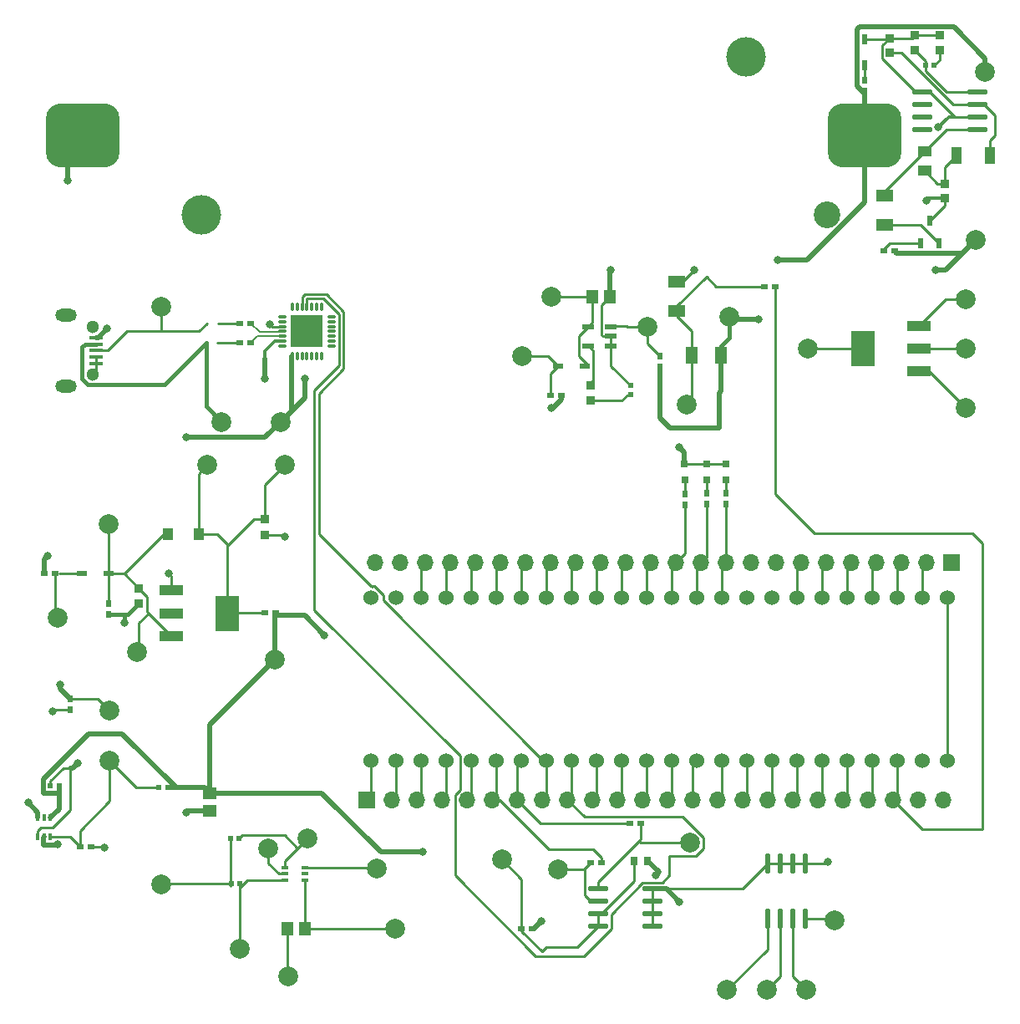
<source format=gtl>
%TF.GenerationSoftware,KiCad,Pcbnew,(7.0.0)*%
%TF.CreationDate,2023-04-03T13:20:19+02:00*%
%TF.ProjectId,SCHEMATICS,53434845-4d41-4544-9943-532e6b696361,rev?*%
%TF.SameCoordinates,Original*%
%TF.FileFunction,Copper,L1,Top*%
%TF.FilePolarity,Positive*%
%FSLAX46Y46*%
G04 Gerber Fmt 4.6, Leading zero omitted, Abs format (unit mm)*
G04 Created by KiCad (PCBNEW (7.0.0)) date 2023-04-03 13:20:19*
%MOMM*%
%LPD*%
G01*
G04 APERTURE LIST*
G04 Aperture macros list*
%AMRoundRect*
0 Rectangle with rounded corners*
0 $1 Rounding radius*
0 $2 $3 $4 $5 $6 $7 $8 $9 X,Y pos of 4 corners*
0 Add a 4 corners polygon primitive as box body*
4,1,4,$2,$3,$4,$5,$6,$7,$8,$9,$2,$3,0*
0 Add four circle primitives for the rounded corners*
1,1,$1+$1,$2,$3*
1,1,$1+$1,$4,$5*
1,1,$1+$1,$6,$7*
1,1,$1+$1,$8,$9*
0 Add four rect primitives between the rounded corners*
20,1,$1+$1,$2,$3,$4,$5,0*
20,1,$1+$1,$4,$5,$6,$7,0*
20,1,$1+$1,$6,$7,$8,$9,0*
20,1,$1+$1,$8,$9,$2,$3,0*%
G04 Aperture macros list end*
%TA.AperFunction,SMDPad,CuDef*%
%ADD10R,0.700000X0.600000*%
%TD*%
%TA.AperFunction,SMDPad,CuDef*%
%ADD11C,2.000000*%
%TD*%
%TA.AperFunction,SMDPad,CuDef*%
%ADD12R,1.450000X1.150000*%
%TD*%
%TA.AperFunction,ComponentPad*%
%ADD13C,1.524000*%
%TD*%
%TA.AperFunction,SMDPad,CuDef*%
%ADD14R,1.207518X1.701016*%
%TD*%
%TA.AperFunction,SMDPad,CuDef*%
%ADD15R,0.600000X0.700000*%
%TD*%
%TA.AperFunction,SMDPad,CuDef*%
%ADD16R,1.400000X0.400000*%
%TD*%
%TA.AperFunction,ComponentPad*%
%ADD17C,1.300000*%
%TD*%
%TA.AperFunction,ComponentPad*%
%ADD18O,2.200000X1.300000*%
%TD*%
%TA.AperFunction,SMDPad,CuDef*%
%ADD19R,0.565659X0.540005*%
%TD*%
%TA.AperFunction,SMDPad,CuDef*%
%ADD20R,0.350013X0.780010*%
%TD*%
%TA.AperFunction,SMDPad,CuDef*%
%ADD21R,1.100000X1.700000*%
%TD*%
%TA.AperFunction,SMDPad,CuDef*%
%ADD22R,0.864008X0.806477*%
%TD*%
%TA.AperFunction,SMDPad,CuDef*%
%ADD23R,0.540005X0.565659*%
%TD*%
%TA.AperFunction,SMDPad,CuDef*%
%ADD24R,1.000000X0.600000*%
%TD*%
%TA.AperFunction,SMDPad,CuDef*%
%ADD25R,0.970000X0.920000*%
%TD*%
%TA.AperFunction,SMDPad,CuDef*%
%ADD26R,1.156998X0.489992*%
%TD*%
%TA.AperFunction,SMDPad,CuDef*%
%ADD27R,1.175006X0.489992*%
%TD*%
%TA.AperFunction,SMDPad,CuDef*%
%ADD28R,1.000000X1.200000*%
%TD*%
%TA.AperFunction,SMDPad,CuDef*%
%ADD29R,0.532004X1.070003*%
%TD*%
%TA.AperFunction,SMDPad,CuDef*%
%ADD30R,2.470003X0.980010*%
%TD*%
%TA.AperFunction,SMDPad,CuDef*%
%ADD31R,2.470003X3.600000*%
%TD*%
%TA.AperFunction,SMDPad,CuDef*%
%ADD32R,0.800000X0.800000*%
%TD*%
%TA.AperFunction,SMDPad,CuDef*%
%ADD33R,0.800000X0.900000*%
%TD*%
%TA.AperFunction,SMDPad,CuDef*%
%ADD34R,1.377013X1.132537*%
%TD*%
%TA.AperFunction,SMDPad,CuDef*%
%ADD35R,1.701016X1.207518*%
%TD*%
%TA.AperFunction,SMDPad,CuDef*%
%ADD36O,0.588011X2.045009*%
%TD*%
%TA.AperFunction,SMDPad,CuDef*%
%ADD37O,2.045009X0.588011*%
%TD*%
%TA.AperFunction,SMDPad,CuDef*%
%ADD38R,1.150000X1.450000*%
%TD*%
%TA.AperFunction,SMDPad,CuDef*%
%ADD39R,0.600000X1.000000*%
%TD*%
%TA.AperFunction,ComponentPad*%
%ADD40R,1.700000X1.700000*%
%TD*%
%TA.AperFunction,ComponentPad*%
%ADD41O,1.700000X1.700000*%
%TD*%
%TA.AperFunction,ComponentPad*%
%ADD42C,4.000000*%
%TD*%
%TA.AperFunction,ComponentPad*%
%ADD43C,2.700000*%
%TD*%
%TA.AperFunction,SMDPad,CuDef*%
%ADD44RoundRect,1.625000X-2.125000X-1.625000X2.125000X-1.625000X2.125000X1.625000X-2.125000X1.625000X0*%
%TD*%
%TA.AperFunction,SMDPad,CuDef*%
%ADD45O,0.900000X0.280010*%
%TD*%
%TA.AperFunction,SMDPad,CuDef*%
%ADD46O,0.280010X0.900000*%
%TD*%
%TA.AperFunction,SMDPad,CuDef*%
%ADD47R,3.200000X3.200000*%
%TD*%
%TA.AperFunction,SMDPad,CuDef*%
%ADD48R,0.780010X0.350013*%
%TD*%
%TA.AperFunction,ViaPad*%
%ADD49C,0.800000*%
%TD*%
%TA.AperFunction,Conductor*%
%ADD50C,0.250000*%
%TD*%
%TA.AperFunction,Conductor*%
%ADD51C,0.500000*%
%TD*%
%TA.AperFunction,Conductor*%
%ADD52C,0.400000*%
%TD*%
%TA.AperFunction,Conductor*%
%ADD53C,0.300000*%
%TD*%
%TA.AperFunction,Conductor*%
%ADD54C,0.200000*%
%TD*%
G04 APERTURE END LIST*
D10*
%TO.P,R33,1*%
%TO.N,Net-(U6-SCL)*%
X147978915Y-133068503D03*
%TO.P,R33,2*%
%TO.N,/MICROCONTROLLER/PA9*%
X149078915Y-133068503D03*
%TD*%
D11*
%TO.P,TP8,1,1*%
%TO.N,Net-(D2-A)*%
X116969711Y-92799975D03*
%TD*%
%TO.P,TP24,1,1*%
%TO.N,Net-(MicroXNJ1-D+)*%
X104499111Y-76750000D03*
%TD*%
D12*
%TO.P,C4,1*%
%TO.N,GND*%
X109409999Y-127829999D03*
%TO.P,C4,2*%
%TO.N,/MICROCONTROLLER/VSS*%
X109409999Y-126029999D03*
%TD*%
D11*
%TO.P,TP36,1,1*%
%TO.N,Net-(U5-GND)*%
X126306274Y-133612033D03*
%TD*%
%TO.P,TP4,1,1*%
%TO.N,Net-(TP4054-42-SOT25R1-BAT)*%
X153726500Y-78753538D03*
%TD*%
D10*
%TO.P,R28,1*%
%TO.N,Net-(MicroXNJ1-D+)*%
X112477999Y-78422253D03*
%TO.P,R28,2*%
%TO.N,/MICROCONTROLLER/D+*%
X113577999Y-78422253D03*
%TD*%
D13*
%TO.P,U8,1,VBAT*%
%TO.N,/MICROCONTROLLER/VSS*%
X184126500Y-106193500D03*
%TO.P,U8,2,PC13*%
%TO.N,/MICROCONTROLLER/PC13*%
X181586500Y-106193500D03*
%TO.P,U8,3,PC14*%
%TO.N,/MICROCONTROLLER/PC14*%
X179046500Y-106193500D03*
%TO.P,U8,4,PC15*%
%TO.N,/MICROCONTROLLER/PC15*%
X176506500Y-106193500D03*
%TO.P,U8,5,PF0*%
%TO.N,/MICROCONTROLLER/PF0*%
X173966500Y-106193500D03*
%TO.P,U8,6,PF1*%
%TO.N,/MICROCONTROLLER/PF1*%
X171426500Y-106193500D03*
%TO.P,U8,7,NRST*%
%TO.N,/MICROCONTROLLER/NRST*%
X168886500Y-106193500D03*
%TO.P,U8,8,GND*%
%TO.N,GND*%
X166346500Y-106193500D03*
%TO.P,U8,9,V+*%
%TO.N,/MICROCONTROLLER/VSS*%
X163806500Y-106193500D03*
%TO.P,U8,10,PA0*%
%TO.N,/MICROCONTROLLER/PA0*%
X161266500Y-106193500D03*
%TO.P,U8,11,PA1*%
%TO.N,/MICROCONTROLLER/PA1*%
X158726500Y-106193500D03*
%TO.P,U8,12,PA2*%
%TO.N,/MICROCONTROLLER/PA2*%
X156186500Y-106193500D03*
%TO.P,U8,13,PA3*%
%TO.N,/MICROCONTROLLER/PA3*%
X153646500Y-106193500D03*
%TO.P,U8,14,PA4*%
%TO.N,/MICROCONTROLLER/PA4*%
X151106500Y-106193500D03*
%TO.P,U8,15,PA5*%
%TO.N,/MICROCONTROLLER/PA5*%
X148566500Y-106193500D03*
%TO.P,U8,16,PA6*%
%TO.N,/MICROCONTROLLER/PA6*%
X146026500Y-106193500D03*
%TO.P,U8,17,PA7*%
%TO.N,/MICROCONTROLLER/PA7*%
X143486500Y-106193500D03*
%TO.P,U8,18,PB0*%
%TO.N,/MICROCONTROLLER/PB0*%
X140946500Y-106193500D03*
%TO.P,U8,19,PB1*%
%TO.N,/MICROCONTROLLER/PB1*%
X138406500Y-106193500D03*
%TO.P,U8,20,PB2*%
%TO.N,/MICROCONTROLLER/PB2*%
X135866500Y-106193500D03*
%TO.P,U8,21,PB10*%
%TO.N,/MICROCONTROLLER/PB10*%
X133326500Y-106193500D03*
%TO.P,U8,22,PB11*%
%TO.N,/MICROCONTROLLER/PB11*%
X130786500Y-106193500D03*
%TO.P,U8,23,GND*%
%TO.N,GND*%
X128246500Y-106193500D03*
%TO.P,U8,24,V+*%
%TO.N,/MICROCONTROLLER/VSS*%
X125706500Y-106193500D03*
%TO.P,U8,25,PB12*%
%TO.N,/MICROCONTROLLER/PB12*%
X125706500Y-122703500D03*
%TO.P,U8,26,PB13*%
%TO.N,/MICROCONTROLLER/PB13*%
X128246500Y-122703500D03*
%TO.P,U8,27,PB14*%
%TO.N,/MICROCONTROLLER/PB14*%
X130786500Y-122703500D03*
%TO.P,U8,28,PB15*%
%TO.N,/MICROCONTROLLER/PB15*%
X133326500Y-122703500D03*
%TO.P,U8,29,PA8*%
%TO.N,/MICROCONTROLLER/PA8*%
X135866500Y-122703500D03*
%TO.P,U8,30,PA9*%
%TO.N,/MICROCONTROLLER/PA9*%
X138406500Y-122703500D03*
%TO.P,U8,31,PA10*%
%TO.N,/MICROCONTROLLER/PA10*%
X140946500Y-122703500D03*
%TO.P,U8,32,PA11*%
%TO.N,/MICROCONTROLLER/PA11*%
X143486500Y-122703500D03*
%TO.P,U8,33,PA12*%
%TO.N,/MICROCONTROLLER/PA12*%
X146026500Y-122703500D03*
%TO.P,U8,34,PA13*%
%TO.N,/MICROCONTROLLER/PA13*%
X148566500Y-122703500D03*
%TO.P,U8,35,PF6*%
%TO.N,/MICROCONTROLLER/PF6*%
X151106500Y-122703500D03*
%TO.P,U8,36,PF7*%
%TO.N,/MICROCONTROLLER/PF7*%
X153646500Y-122703500D03*
%TO.P,U8,37,PA14*%
%TO.N,/MICROCONTROLLER/PA14*%
X156186500Y-122703500D03*
%TO.P,U8,38,PA15*%
%TO.N,/MICROCONTROLLER/PA15*%
X158726500Y-122703500D03*
%TO.P,U8,39,PB3*%
%TO.N,/MICROCONTROLLER/PB3*%
X161266500Y-122703500D03*
%TO.P,U8,40,PB4*%
%TO.N,/MICROCONTROLLER/PB4*%
X163806500Y-122703500D03*
%TO.P,U8,41,PB5*%
%TO.N,/MICROCONTROLLER/PB5*%
X166346500Y-122703500D03*
%TO.P,U8,42,PB6*%
%TO.N,/MICROCONTROLLER/PB6*%
X168886500Y-122703500D03*
%TO.P,U8,43,PB7*%
%TO.N,/MICROCONTROLLER/PB7*%
X171426500Y-122703500D03*
%TO.P,U8,44,BOOT*%
%TO.N,/MICROCONTROLLER/BOOT*%
X173966500Y-122703500D03*
%TO.P,U8,45,PB8*%
%TO.N,/MICROCONTROLLER/PB8*%
X176506500Y-122703500D03*
%TO.P,U8,46,PB9*%
%TO.N,/MICROCONTROLLER/PB9*%
X179046500Y-122703500D03*
%TO.P,U8,47,GND*%
%TO.N,GND*%
X181586500Y-122703500D03*
%TO.P,U8,48,V+*%
%TO.N,/MICROCONTROLLER/VSS*%
X184126500Y-122703500D03*
%TD*%
D11*
%TO.P,TP3,1,1*%
%TO.N,Net-(D1-K)*%
X144033840Y-75753538D03*
%TD*%
%TO.P,TP31,1,1*%
%TO.N,/POWER MODULE/UVLO Output*%
X187000000Y-70000000D03*
%TD*%
%TO.P,TP35,1,1*%
%TO.N,Net-(U7-WP)*%
X169821496Y-145931084D03*
%TD*%
D14*
%TO.P,R22,1*%
%TO.N,Net-(R22-Pad1)*%
X158247708Y-81703499D03*
%TO.P,R22,2*%
%TO.N,/POWER MODULE/Battery*%
X161205290Y-81703499D03*
%TD*%
D10*
%TO.P,R24,1*%
%TO.N,Net-(R22-Pad1)*%
X165626499Y-74703499D03*
%TO.P,R24,2*%
%TO.N,/MICROCONTROLLER/PB9*%
X166726499Y-74703499D03*
%TD*%
D15*
%TO.P,R17,1*%
%TO.N,/MICROCONTROLLER/PB10*%
X95249999Y-117569999D03*
%TO.P,R17,2*%
%TO.N,Net-(U3-SCL)*%
X95249999Y-116469999D03*
%TD*%
D16*
%TO.P,MicroXNJ1,1,VBUS*%
%TO.N,/MICROCONTROLLER/5V*%
X97871729Y-79874967D03*
%TO.P,MicroXNJ1,2,D-*%
%TO.N,Net-(MicroXNJ1-D-)*%
X97871729Y-80524955D03*
%TO.P,MicroXNJ1,3,D+*%
%TO.N,Net-(MicroXNJ1-D+)*%
X97871729Y-81174942D03*
%TO.P,MicroXNJ1,4,ID*%
%TO.N,GND*%
X97871729Y-81824929D03*
%TO.P,MicroXNJ1,5,GND*%
X97871729Y-82474917D03*
D17*
%TO.P,MicroXNJ1,6,SH1*%
X97499111Y-83599886D03*
D18*
%TO.P,MicroXNJ1,7,SH2*%
X94829057Y-84774891D03*
%TO.P,MicroXNJ1,8,SH3*%
X94829057Y-77574993D03*
D17*
%TO.P,MicroXNJ1,9,SH4*%
X97499111Y-78750000D03*
%TD*%
D19*
%TO.P,R40,1*%
%TO.N,Net-(R40-Pad1)*%
X182804816Y-52323999D03*
%TO.P,R40,2*%
%TO.N,Net-(U1--)*%
X181939182Y-52323999D03*
%TD*%
D20*
%TO.P,U3,1,VDD*%
%TO.N,/MICROCONTROLLER/VSS*%
X93249999Y-128490015D03*
%TO.P,U3,2,NC*%
%TO.N,unconnected-(U3-NC-Pad2)*%
X92600012Y-128490015D03*
%TO.P,U3,3,GND*%
%TO.N,GND*%
X91950025Y-128490015D03*
%TO.P,U3,4,SCL*%
%TO.N,Net-(U3-SCL)*%
X91950025Y-130469999D03*
%TO.P,U3,5,INT*%
%TO.N,GND*%
X92600012Y-130469999D03*
%TO.P,U3,6,SDA*%
%TO.N,Net-(U3-SDA)*%
X93249999Y-130469999D03*
%TD*%
D11*
%TO.P,TP16,1,1*%
%TO.N,Net-(C5-Pad1)*%
X117306274Y-144612033D03*
%TD*%
%TO.P,TP32,1,1*%
%TO.N,Net-(U7-VCC)*%
X172726500Y-138931084D03*
%TD*%
D10*
%TO.P,R14,1*%
%TO.N,Net-(Q1-D)*%
X177715999Y-71119999D03*
%TO.P,R14,2*%
%TO.N,/POWER MODULE/UVLO Output*%
X178815999Y-71119999D03*
%TD*%
%TO.P,R5,1*%
%TO.N,/POWER MODULE/UVLO Output*%
X92649999Y-103799974D03*
%TO.P,R5,2*%
%TO.N,Net-(D4-PadA)*%
X93749999Y-103799974D03*
%TD*%
D15*
%TO.P,R15,1*%
%TO.N,/POWER MODULE/Battery*%
X175767999Y-54947999D03*
%TO.P,R15,2*%
%TO.N,Net-(D5-PadA)*%
X175767999Y-53847999D03*
%TD*%
D11*
%TO.P,TP20,1,1*%
%TO.N,/POWER MODULE/Battery*%
X162033840Y-77753538D03*
%TD*%
D21*
%TO.P,D3,1,K*%
%TO.N,Net-(D3-K)*%
X188467999Y-61467999D03*
%TO.P,D3,2,A*%
%TO.N,Net-(D3-A)*%
X185067949Y-61467999D03*
%TD*%
D22*
%TO.P,R9,1*%
%TO.N,Net-(#FLG06-pwr)*%
X178307999Y-49538633D03*
%TO.P,R9,2*%
%TO.N,Net-(D3-K)*%
X178307999Y-51045365D03*
%TD*%
D23*
%TO.P,R3,1*%
%TO.N,Net-(R2-Pad2)*%
X152033839Y-85619171D03*
%TO.P,R3,2*%
%TO.N,GND*%
X152033839Y-84753537D03*
%TD*%
D11*
%TO.P,TP5,1,1*%
%TO.N,Net-(D4-PadA)*%
X94000000Y-108250000D03*
%TD*%
%TO.P,TP29,1,1*%
%TO.N,Net-(REF2-Input)*%
X186000000Y-76000000D03*
%TD*%
%TO.P,TP17,1,1*%
%TO.N,Net-(U5-INT)*%
X115306274Y-131612033D03*
%TD*%
D19*
%TO.P,R21,1*%
%TO.N,Net-(R20-Pad1)*%
X111481190Y-130632007D03*
%TO.P,R21,2*%
%TO.N,Net-(U5-SCL)*%
X112346824Y-130632007D03*
%TD*%
D11*
%TO.P,TP28,1,1*%
%TO.N,Net-(REF2-Output-Pad2)*%
X186000000Y-81000000D03*
%TD*%
%TO.P,TP33,1,1*%
%TO.N,Net-(U7-SDA)*%
X161821496Y-145931084D03*
%TD*%
D15*
%TO.P,R31,1*%
%TO.N,Net-(D8-A)*%
X157586499Y-95703499D03*
%TO.P,R31,2*%
%TO.N,/MICROCONTROLLER/PA2*%
X157586499Y-96803499D03*
%TD*%
D24*
%TO.P,D4,A,A*%
%TO.N,Net-(D4-PadA)*%
X96469799Y-103799974D03*
%TO.P,D4,C,K*%
%TO.N,Net-(#FLG05-pwr)*%
X99169799Y-103799974D03*
%TD*%
D25*
%TO.P,C3,1*%
%TO.N,Net-(D2-A)*%
X114969710Y-98299974D03*
%TO.P,C3,2*%
%TO.N,GND*%
X114969710Y-99849974D03*
%TD*%
D11*
%TO.P,TP14,1,1*%
%TO.N,Net-(U3-SCL)*%
X99250000Y-117670000D03*
%TD*%
D10*
%TO.P,R7,1*%
%TO.N,Net-(D2-A)*%
X114949999Y-107749999D03*
%TO.P,R7,2*%
%TO.N,/MICROCONTROLLER/VSS*%
X116049999Y-107749999D03*
%TD*%
D22*
%TO.P,R2,1*%
%TO.N,Net-(TP4054-42-SOT25R1-PROG)*%
X148033839Y-84753537D03*
%TO.P,R2,2*%
%TO.N,Net-(R2-Pad2)*%
X148033839Y-86260269D03*
%TD*%
D26*
%TO.P,TP4054-42-SOT25R1,1,~{CHRG}*%
%TO.N,GND*%
X150033839Y-80703499D03*
%TO.P,TP4054-42-SOT25R1,2,GND*%
X150033839Y-79753537D03*
%TO.P,TP4054-42-SOT25R1,3,BAT*%
%TO.N,Net-(TP4054-42-SOT25R1-BAT)*%
X150033839Y-78803575D03*
D27*
%TO.P,TP4054-42-SOT25R1,4,VCC*%
%TO.N,Net-(D1-K)*%
X147726499Y-78803575D03*
%TO.P,TP4054-42-SOT25R1,5,PROG*%
%TO.N,Net-(TP4054-42-SOT25R1-PROG)*%
X147726499Y-80703499D03*
%TD*%
D11*
%TO.P,TP6,1,1*%
%TO.N,Net-(D2-A)*%
X109169800Y-92799975D03*
%TD*%
D10*
%TO.P,R26,1*%
%TO.N,Net-(MicroXNJ1-D-)*%
X112477999Y-80422253D03*
%TO.P,R26,2*%
%TO.N,/MICROCONTROLLER/D-*%
X113577999Y-80422253D03*
%TD*%
D19*
%TO.P,R20,1*%
%TO.N,Net-(R20-Pad1)*%
X111556373Y-135204007D03*
%TO.P,R20,2*%
%TO.N,Net-(U5-SDA)*%
X112422007Y-135204007D03*
%TD*%
D28*
%TO.P,D2,1,K*%
%TO.N,Net-(#FLG05-pwr)*%
X105169799Y-99799974D03*
%TO.P,D2,2,A*%
%TO.N,Net-(D2-A)*%
X108269621Y-99799974D03*
%TD*%
D11*
%TO.P,TP21,1,1*%
%TO.N,Net-(R22-Pad1)*%
X157726500Y-86703500D03*
%TD*%
%TO.P,TP12,1,1*%
%TO.N,Net-(REF2-GND{slash}ADJ)*%
X186000000Y-87000000D03*
%TD*%
D10*
%TO.P,R32,1*%
%TO.N,Net-(U6-SDA)*%
X153078915Y-129068503D03*
%TO.P,R32,2*%
%TO.N,/MICROCONTROLLER/PA10*%
X151978915Y-129068503D03*
%TD*%
D29*
%TO.P,Q1,1,D*%
%TO.N,Net-(Q1-D)*%
X181422037Y-70342002D03*
%TO.P,Q1,2,G*%
%TO.N,Net-(Q1-G)*%
X183321960Y-70342002D03*
%TO.P,Q1,3,S*%
%TO.N,Net-(#FLG06-pwr)*%
X182371999Y-68071999D03*
%TD*%
D10*
%TO.P,R1,1*%
%TO.N,/MICROCONTROLLER/5V*%
X145033839Y-85753537D03*
%TO.P,R1,2*%
%TO.N,Net-(D1-PadA)*%
X143933839Y-85753537D03*
%TD*%
D11*
%TO.P,TP25,*%
%TO.N,*%
X138998916Y-132750000D03*
%TD*%
D10*
%TO.P,R34,1*%
%TO.N,Net-(U6-VCC)*%
X140988915Y-139768503D03*
%TO.P,R34,2*%
%TO.N,/MICROCONTROLLER/VSS*%
X142088915Y-139768503D03*
%TD*%
D11*
%TO.P,TP22,1,1*%
%TO.N,/MICROCONTROLLER/5V*%
X116578000Y-88422254D03*
%TD*%
D30*
%TO.P,REF2,1,GND/ADJ*%
%TO.N,Net-(REF2-GND{slash}ADJ)*%
X181264700Y-83282188D03*
%TO.P,REF2,2,Output*%
%TO.N,Net-(REF2-Output-Pad2)*%
X181264700Y-80982213D03*
%TO.P,REF2,3,Input*%
%TO.N,Net-(REF2-Input)*%
X181264700Y-78682238D03*
D31*
%TO.P,REF2,4,Output*%
%TO.N,Net-(REF2-Output-Pad4)*%
X175594900Y-80982213D03*
%TD*%
D11*
%TO.P,TP30,1,1*%
%TO.N,/POWER MODULE/Battery*%
X188000000Y-53000000D03*
%TD*%
D15*
%TO.P,R4,1*%
%TO.N,Net-(TP4054-42-SOT25R1-BAT)*%
X154999999Y-81753537D03*
%TO.P,R4,2*%
%TO.N,/POWER MODULE/Battery*%
X154999999Y-82853537D03*
%TD*%
D11*
%TO.P,TP10,1,1*%
%TO.N,Net-(#FLG05-pwr)*%
X99169800Y-98799975D03*
%TD*%
D32*
%TO.P,D6,1,K*%
%TO.N,GND*%
X161726499Y-92703499D03*
%TO.P,D6,2,A*%
%TO.N,Net-(D6-A)*%
X161733357Y-94302433D03*
%TD*%
D11*
%TO.P,TP27,1,1*%
%TO.N,Net-(U6-SCL)*%
X144726500Y-133703500D03*
%TD*%
D33*
%TO.P,C6,1*%
%TO.N,Net-(U6-VCC)*%
X152378890Y-132848528D03*
%TO.P,C6,2*%
%TO.N,GND*%
X153778940Y-132848528D03*
%TD*%
D11*
%TO.P,TP34,1,1*%
%TO.N,Net-(U7-SCL)*%
X165821496Y-145931084D03*
%TD*%
D10*
%TO.P,R16,1*%
%TO.N,/MICROCONTROLLER/PB11*%
X97349999Y-131469999D03*
%TO.P,R16,2*%
%TO.N,Net-(U3-SDA)*%
X96249999Y-131469999D03*
%TD*%
D19*
%TO.P,R18,1*%
%TO.N,/MICROCONTROLLER/VSS*%
X105115633Y-125469999D03*
%TO.P,R18,2*%
%TO.N,Net-(U3-SDA)*%
X104249999Y-125469999D03*
%TD*%
D34*
%TO.P,R13,1*%
%TO.N,Net-(R12-Pad2)*%
X181863999Y-60975999D03*
%TO.P,R13,2*%
%TO.N,Net-(D3-A)*%
X181863999Y-62975999D03*
%TD*%
D11*
%TO.P,TP23,1,1*%
%TO.N,Net-(MicroXNJ1-D-)*%
X110578000Y-88422254D03*
%TD*%
D35*
%TO.P,R12,1*%
%TO.N,Net-(Q1-G)*%
X177799999Y-68489581D03*
%TO.P,R12,2*%
%TO.N,Net-(R12-Pad2)*%
X177799999Y-65531999D03*
%TD*%
D36*
%TO.P,U7,1,A0*%
%TO.N,GND*%
X169726499Y-133158667D03*
%TO.P,U7,2,A1*%
X168456496Y-133158667D03*
%TO.P,U7,3,A2*%
X167186494Y-133158667D03*
%TO.P,U7,4,GND*%
X165916491Y-133158667D03*
%TO.P,U7,5,SDA*%
%TO.N,Net-(U7-SDA)*%
X165916491Y-138703499D03*
%TO.P,U7,6,SCL*%
%TO.N,Net-(U7-SCL)*%
X167186494Y-138703499D03*
%TO.P,U7,7,WP*%
%TO.N,Net-(U7-WP)*%
X168456496Y-138703499D03*
%TO.P,U7,8,VCC*%
%TO.N,Net-(U7-VCC)*%
X169726499Y-138703499D03*
%TD*%
D11*
%TO.P,TP15,1,1*%
%TO.N,Net-(U3-SDA)*%
X99250000Y-122750000D03*
%TD*%
%TO.P,TP18,1,1*%
%TO.N,Net-(U5-VDD)*%
X128170008Y-139776008D03*
%TD*%
D15*
%TO.P,R29,1*%
%TO.N,Net-(D6-A)*%
X161726499Y-95603499D03*
%TO.P,R29,2*%
%TO.N,/MICROCONTROLLER/PA0*%
X161726499Y-96703499D03*
%TD*%
D30*
%TO.P,REF1,1,GND/ADJ*%
%TO.N,GND*%
X105499999Y-105499999D03*
%TO.P,REF1,2,Output*%
%TO.N,unconnected-(REF1-Output-Pad2)*%
X105499999Y-107799974D03*
%TO.P,REF1,3,Input*%
%TO.N,Net-(#FLG05-pwr)*%
X105499999Y-110099949D03*
D31*
%TO.P,REF1,4,Output*%
%TO.N,Net-(D2-A)*%
X111169799Y-107799974D03*
%TD*%
D35*
%TO.P,R23,1*%
%TO.N,GND*%
X156726499Y-74224708D03*
%TO.P,R23,2*%
%TO.N,Net-(R22-Pad1)*%
X156726499Y-77182290D03*
%TD*%
D11*
%TO.P,TP19,1,1*%
%TO.N,Net-(R20-Pad1)*%
X104500000Y-135250000D03*
%TD*%
D22*
%TO.P,R8,1*%
%TO.N,Net-(#FLG06-pwr)*%
X183387999Y-49275999D03*
%TO.P,R8,2*%
%TO.N,Net-(R40-Pad1)*%
X183387999Y-50782731D03*
%TD*%
D24*
%TO.P,D1,A,A*%
%TO.N,Net-(D1-PadA)*%
X144683839Y-82753537D03*
%TO.P,D1,C,K*%
%TO.N,Net-(D1-K)*%
X147383839Y-82753537D03*
%TD*%
D11*
%TO.P,TP9,1,1*%
%TO.N,Net-(D1-PadA)*%
X141033840Y-81753538D03*
%TD*%
%TO.P,TP1,1,1*%
%TO.N,Net-(U5-SDA)*%
X112422008Y-141808008D03*
%TD*%
%TO.P,TP7,1,1*%
%TO.N,Net-(#FLG05-pwr)*%
X102000000Y-111750000D03*
%TD*%
D37*
%TO.P,U1,1*%
%TO.N,Net-(R12-Pad2)*%
X187176415Y-58801003D03*
%TO.P,U1,2,V-*%
%TO.N,Net-(#FLG06-pwr)*%
X187176415Y-57531000D03*
%TO.P,U1,3,+*%
%TO.N,Net-(D3-K)*%
X187176415Y-56260998D03*
%TO.P,U1,4,-*%
%TO.N,Net-(U1--)*%
X187176415Y-54990995D03*
%TO.P,U1,5,V+*%
%TO.N,Net-(#FLG06-pwr)*%
X181631583Y-54990995D03*
%TO.P,U1,6*%
%TO.N,N/C*%
X181631583Y-56260998D03*
%TO.P,U1,7*%
X181631583Y-57531000D03*
%TO.P,U1,8*%
X181631583Y-58801003D03*
%TD*%
D25*
%TO.P,C2,1*%
%TO.N,Net-(#FLG05-pwr)*%
X102169799Y-105249974D03*
%TO.P,C2,2*%
%TO.N,GND*%
X102169799Y-106799974D03*
%TD*%
D15*
%TO.P,R30,1*%
%TO.N,Net-(D7-A)*%
X159726499Y-95603499D03*
%TO.P,R30,2*%
%TO.N,/MICROCONTROLLER/PA1*%
X159726499Y-96703499D03*
%TD*%
D11*
%TO.P,TP13,1,1*%
%TO.N,/MICROCONTROLLER/VSS*%
X116000000Y-112500000D03*
%TD*%
D22*
%TO.P,R11,1*%
%TO.N,Net-(D3-A)*%
X183895999Y-64270633D03*
%TO.P,R11,2*%
%TO.N,Net-(#FLG06-pwr)*%
X183895999Y-65777365D03*
%TD*%
D38*
%TO.P,C1,1*%
%TO.N,Net-(D1-K)*%
X148133839Y-75753537D03*
%TO.P,C1,2*%
%TO.N,GND*%
X149933839Y-75753537D03*
%TD*%
D19*
%TO.P,R19,1*%
%TO.N,/MICROCONTROLLER/VSS*%
X94115633Y-125289999D03*
%TO.P,R19,2*%
%TO.N,Net-(U3-SCL)*%
X93249999Y-125289999D03*
%TD*%
D11*
%TO.P,TP2,1,1*%
%TO.N,Net-(U5-SCL)*%
X119306274Y-130612033D03*
%TD*%
D39*
%TO.P,D5,A,A*%
%TO.N,Net-(D5-PadA)*%
X175767999Y-52323999D03*
%TO.P,D5,C,K*%
%TO.N,Net-(#FLG06-pwr)*%
X175767999Y-49623999D03*
%TD*%
D15*
%TO.P,R6,1*%
%TO.N,Net-(#FLG05-pwr)*%
X99169799Y-106799974D03*
%TO.P,R6,2*%
%TO.N,GND*%
X99169799Y-107899974D03*
%TD*%
D11*
%TO.P,TP26,1,1*%
%TO.N,Net-(U6-SDA)*%
X158078916Y-131068504D03*
%TD*%
D38*
%TO.P,C5,1*%
%TO.N,Net-(C5-Pad1)*%
X117226007Y-139776007D03*
%TO.P,C5,2*%
%TO.N,Net-(U5-VDD)*%
X119026007Y-139776007D03*
%TD*%
D11*
%TO.P,TP11,1,1*%
%TO.N,Net-(REF2-Output-Pad4)*%
X170000000Y-81000000D03*
%TD*%
D40*
%TO.P,J2,1,Pin_1*%
%TO.N,/MICROCONTROLLER/PB12*%
X125306499Y-126703499D03*
D41*
%TO.P,J2,2,Pin_2*%
%TO.N,/MICROCONTROLLER/PB13*%
X127846499Y-126703499D03*
%TO.P,J2,3,Pin_3*%
%TO.N,/MICROCONTROLLER/PB14*%
X130386499Y-126703499D03*
%TO.P,J2,4,Pin_4*%
%TO.N,/MICROCONTROLLER/PB15*%
X132926499Y-126703499D03*
%TO.P,J2,5,Pin_5*%
%TO.N,/MICROCONTROLLER/PA8*%
X135466499Y-126703499D03*
%TO.P,J2,6,Pin_6*%
%TO.N,/MICROCONTROLLER/PA9*%
X138006499Y-126703499D03*
%TO.P,J2,7,Pin_7*%
%TO.N,/MICROCONTROLLER/PA10*%
X140546499Y-126703499D03*
%TO.P,J2,8,Pin_8*%
%TO.N,/MICROCONTROLLER/PA11*%
X143086499Y-126703499D03*
%TO.P,J2,9,Pin_9*%
%TO.N,/MICROCONTROLLER/PA12*%
X145626499Y-126703499D03*
%TO.P,J2,10,Pin_10*%
%TO.N,/MICROCONTROLLER/PA13*%
X148166499Y-126703499D03*
%TO.P,J2,11,Pin_11*%
%TO.N,/MICROCONTROLLER/PF6*%
X150706499Y-126703499D03*
%TO.P,J2,12,Pin_12*%
%TO.N,/MICROCONTROLLER/PF7*%
X153246499Y-126703499D03*
%TO.P,J2,13,Pin_13*%
%TO.N,/MICROCONTROLLER/PA14*%
X155786499Y-126703499D03*
%TO.P,J2,14,Pin_14*%
%TO.N,/MICROCONTROLLER/PA15*%
X158326499Y-126703499D03*
%TO.P,J2,15,Pin_15*%
%TO.N,/MICROCONTROLLER/PB3*%
X160866499Y-126703499D03*
%TO.P,J2,16,Pin_16*%
%TO.N,/MICROCONTROLLER/PB4*%
X163406499Y-126703499D03*
%TO.P,J2,17,Pin_17*%
%TO.N,/MICROCONTROLLER/PB5*%
X165946499Y-126703499D03*
%TO.P,J2,18,Pin_18*%
%TO.N,/MICROCONTROLLER/PB6*%
X168486499Y-126703499D03*
%TO.P,J2,19,Pin_19*%
%TO.N,/MICROCONTROLLER/PB7*%
X171026499Y-126703499D03*
%TO.P,J2,20,Pin_20*%
%TO.N,/MICROCONTROLLER/BOOT*%
X173566499Y-126703499D03*
%TO.P,J2,21,Pin_21*%
%TO.N,/MICROCONTROLLER/PB8*%
X176106499Y-126703499D03*
%TO.P,J2,22,Pin_22*%
%TO.N,/MICROCONTROLLER/PB9*%
X178646499Y-126703499D03*
%TO.P,J2,23,Pin_23*%
%TO.N,GND*%
X181186499Y-126703499D03*
%TO.P,J2,24,Pin_24*%
%TO.N,unconnected-(J2-Pin_24-Pad24)*%
X183726499Y-126703499D03*
%TD*%
D42*
%TO.P,U9,*%
%TO.N,*%
X108544000Y-67419000D03*
X163744000Y-51419000D03*
D43*
X171964000Y-67419000D03*
D44*
%TO.P,U9,1,+*%
%TO.N,/POWER MODULE/Battery*%
X175794000Y-59419000D03*
%TO.P,U9,2,-*%
%TO.N,GND*%
X96494000Y-59419000D03*
%TD*%
D32*
%TO.P,D8,1,K*%
%TO.N,GND*%
X157515641Y-92703499D03*
%TO.P,D8,2,A*%
%TO.N,Net-(D8-A)*%
X157522499Y-94302433D03*
%TD*%
D45*
%TO.P,IC1,1,DCD*%
%TO.N,unconnected-(IC1-DCD-Pad1)*%
X116749999Y-77748729D03*
%TO.P,IC1,2,RI*%
%TO.N,unconnected-(IC1-RI-Pad2)*%
X116749999Y-78249110D03*
%TO.P,IC1,3,GND*%
%TO.N,GND*%
X116749999Y-78749491D03*
%TO.P,IC1,4,D+*%
%TO.N,/MICROCONTROLLER/D+*%
X116749999Y-79249872D03*
%TO.P,IC1,5,D-*%
%TO.N,/MICROCONTROLLER/D-*%
X116749999Y-79750253D03*
%TO.P,IC1,6,VDD*%
%TO.N,/MICROCONTROLLER/VSS*%
X116749999Y-80250634D03*
%TO.P,IC1,7,REGIN*%
%TO.N,unconnected-(IC1-REGIN-Pad7)*%
X116749999Y-80751015D03*
D46*
%TO.P,IC1,8,VBUS*%
%TO.N,/MICROCONTROLLER/5V*%
X117748729Y-81749999D03*
%TO.P,IC1,9,~{RST}*%
%TO.N,unconnected-(IC1-~{RST}-Pad9)*%
X118249110Y-81749999D03*
%TO.P,IC1,10,NC_1*%
%TO.N,unconnected-(IC1-NC_1-Pad10)*%
X118749491Y-81749999D03*
%TO.P,IC1,11,~{SUSPEND}*%
%TO.N,unconnected-(IC1-~{SUSPEND}-Pad11)*%
X119249872Y-81749999D03*
%TO.P,IC1,12,SUSPEND*%
%TO.N,unconnected-(IC1-SUSPEND-Pad12)*%
X119750253Y-81749999D03*
%TO.P,IC1,13,NC_2*%
%TO.N,unconnected-(IC1-NC_2-Pad13)*%
X120250634Y-81749999D03*
%TO.P,IC1,14,NC_3*%
%TO.N,unconnected-(IC1-NC_3-Pad14)*%
X120751015Y-81749999D03*
D45*
%TO.P,IC1,15,NC_4*%
%TO.N,unconnected-(IC1-NC_4-Pad15)*%
X121749999Y-80751015D03*
%TO.P,IC1,16,NC_5*%
%TO.N,unconnected-(IC1-NC_5-Pad16)*%
X121749999Y-80250634D03*
%TO.P,IC1,17,NC_6*%
%TO.N,unconnected-(IC1-NC_6-Pad17)*%
X121749999Y-79750253D03*
%TO.P,IC1,18,NC/VPP*%
%TO.N,unconnected-(IC1-NC{slash}VPP-Pad18)*%
X121749999Y-79249872D03*
%TO.P,IC1,19,NC_7*%
%TO.N,unconnected-(IC1-NC_7-Pad19)*%
X121749999Y-78749491D03*
%TO.P,IC1,20,NC_8*%
%TO.N,unconnected-(IC1-NC_8-Pad20)*%
X121749999Y-78249110D03*
%TO.P,IC1,21,NC_9*%
%TO.N,unconnected-(IC1-NC_9-Pad21)*%
X121749999Y-77748729D03*
D46*
%TO.P,IC1,22,NC_10*%
%TO.N,unconnected-(IC1-NC_10-Pad22)*%
X120751015Y-76749999D03*
%TO.P,IC1,23,CTS*%
%TO.N,unconnected-(IC1-CTS-Pad23)*%
X120250634Y-76749999D03*
%TO.P,IC1,24,RTS*%
%TO.N,unconnected-(IC1-RTS-Pad24)*%
X119750253Y-76749999D03*
%TO.P,IC1,25,RXD*%
%TO.N,/MICROCONTROLLER/PA12*%
X119249872Y-76749999D03*
%TO.P,IC1,26,TXD*%
%TO.N,/MICROCONTROLLER/PA11*%
X118749491Y-76749999D03*
%TO.P,IC1,27,DSR*%
%TO.N,unconnected-(IC1-DSR-Pad27)*%
X118249110Y-76749999D03*
%TO.P,IC1,28,DTR*%
%TO.N,unconnected-(IC1-DTR-Pad28)*%
X117748729Y-76749999D03*
D47*
%TO.P,IC1,29,TPAD*%
%TO.N,unconnected-(IC1-TPAD-Pad29)*%
X119249872Y-79249872D03*
%TD*%
D40*
%TO.P,J1,1,Pin_1*%
%TO.N,unconnected-(J1-Pin_1-Pad1)*%
X184586499Y-102703499D03*
D41*
%TO.P,J1,2,Pin_2*%
%TO.N,/MICROCONTROLLER/PC13*%
X182046499Y-102703499D03*
%TO.P,J1,3,Pin_3*%
%TO.N,/MICROCONTROLLER/PC14*%
X179506499Y-102703499D03*
%TO.P,J1,4,Pin_4*%
%TO.N,/MICROCONTROLLER/PC15*%
X176966499Y-102703499D03*
%TO.P,J1,5,Pin_5*%
%TO.N,/MICROCONTROLLER/PF0*%
X174426499Y-102703499D03*
%TO.P,J1,6,Pin_6*%
%TO.N,/MICROCONTROLLER/PF1*%
X171886499Y-102703499D03*
%TO.P,J1,7,Pin_7*%
%TO.N,/MICROCONTROLLER/NRST*%
X169346499Y-102703499D03*
%TO.P,J1,8,Pin_8*%
%TO.N,GND*%
X166806499Y-102703499D03*
%TO.P,J1,9,Pin_9*%
%TO.N,unconnected-(J1-Pin_9-Pad9)*%
X164266499Y-102703499D03*
%TO.P,J1,10,Pin_10*%
%TO.N,/MICROCONTROLLER/PA0*%
X161726499Y-102703499D03*
%TO.P,J1,11,Pin_11*%
%TO.N,/MICROCONTROLLER/PA1*%
X159186499Y-102703499D03*
%TO.P,J1,12,Pin_12*%
%TO.N,/MICROCONTROLLER/PA2*%
X156646499Y-102703499D03*
%TO.P,J1,13,Pin_13*%
%TO.N,/MICROCONTROLLER/PA3*%
X154106499Y-102703499D03*
%TO.P,J1,14,Pin_14*%
%TO.N,/MICROCONTROLLER/PA4*%
X151566499Y-102703499D03*
%TO.P,J1,15,Pin_15*%
%TO.N,/MICROCONTROLLER/PA5*%
X149026499Y-102703499D03*
%TO.P,J1,16,Pin_16*%
%TO.N,/MICROCONTROLLER/PA6*%
X146486499Y-102703499D03*
%TO.P,J1,17,Pin_17*%
%TO.N,/MICROCONTROLLER/PA7*%
X143946499Y-102703499D03*
%TO.P,J1,18,Pin_18*%
%TO.N,/MICROCONTROLLER/PB0*%
X141406499Y-102703499D03*
%TO.P,J1,19,Pin_19*%
%TO.N,/MICROCONTROLLER/PB1*%
X138866499Y-102703499D03*
%TO.P,J1,20,Pin_20*%
%TO.N,/MICROCONTROLLER/PB2*%
X136326499Y-102703499D03*
%TO.P,J1,21,Pin_21*%
%TO.N,/MICROCONTROLLER/PB10*%
X133786499Y-102703499D03*
%TO.P,J1,22,Pin_22*%
%TO.N,/MICROCONTROLLER/PB11*%
X131246499Y-102703499D03*
%TO.P,J1,23,Pin_23*%
%TO.N,GND*%
X128706499Y-102703499D03*
%TO.P,J1,24,Pin_24*%
%TO.N,unconnected-(J1-Pin_24-Pad24)*%
X126166499Y-102703499D03*
%TD*%
D22*
%TO.P,R10,1*%
%TO.N,Net-(U1--)*%
X180847999Y-50782731D03*
%TO.P,R10,2*%
%TO.N,Net-(#FLG06-pwr)*%
X180847999Y-49275999D03*
%TD*%
D32*
%TO.P,D7,1,K*%
%TO.N,GND*%
X159726499Y-92703499D03*
%TO.P,D7,2,A*%
%TO.N,Net-(D7-A)*%
X159733357Y-94302433D03*
%TD*%
D48*
%TO.P,U5,1,VDD*%
%TO.N,Net-(U5-VDD)*%
X118999999Y-134837994D03*
%TO.P,U5,2,NC*%
%TO.N,unconnected-(U5-NC-Pad2)*%
X118999999Y-134188007D03*
%TO.P,U5,3,GND*%
%TO.N,Net-(U5-GND)*%
X118999999Y-133538020D03*
%TO.P,U5,4,SCL*%
%TO.N,Net-(U5-SCL)*%
X117020015Y-133538020D03*
%TO.P,U5,5,INT*%
%TO.N,Net-(U5-INT)*%
X117020015Y-134188007D03*
%TO.P,U5,6,SDA*%
%TO.N,Net-(U5-SDA)*%
X117020015Y-134837994D03*
%TD*%
D37*
%TO.P,U6,1,A0*%
%TO.N,GND*%
X154271331Y-139513507D03*
%TO.P,U6,2,A1*%
X154271331Y-138243504D03*
%TO.P,U6,3,A2*%
X154271331Y-136973502D03*
%TO.P,U6,4,GND*%
X154271331Y-135703499D03*
%TO.P,U6,5,SDA*%
%TO.N,Net-(U6-SDA)*%
X148726499Y-135703499D03*
%TO.P,U6,6,SCL*%
%TO.N,Net-(U6-SCL)*%
X148726499Y-136973502D03*
%TO.P,U6,7,WP*%
%TO.N,Net-(U6-VCC)*%
X148726499Y-138243504D03*
%TO.P,U6,8,VCC*%
X148726499Y-139513507D03*
%TD*%
D49*
%TO.N,GND*%
X105250000Y-103750000D03*
X117000000Y-100000000D03*
X91000000Y-127000000D03*
X157000000Y-91000000D03*
X107000000Y-128000000D03*
X154568175Y-134359994D03*
X94007491Y-131194500D03*
X157000000Y-137000000D03*
X115500000Y-78500000D03*
X150000000Y-73000000D03*
X100750000Y-108750000D03*
X95000000Y-64000000D03*
X172000000Y-133000000D03*
X158500000Y-73000000D03*
%TO.N,/MICROCONTROLLER/VSS*%
X131000000Y-132000000D03*
X115000000Y-84000000D03*
X143000000Y-139000000D03*
X121000000Y-110000000D03*
%TO.N,Net-(U3-SCL)*%
X94250000Y-115000000D03*
X96000000Y-123000000D03*
%TO.N,/POWER MODULE/Battery*%
X167000000Y-72000000D03*
X165000000Y-78000000D03*
%TO.N,/MICROCONTROLLER/5V*%
X143974588Y-86974588D03*
X107000000Y-90000000D03*
X119000000Y-84000000D03*
X99000000Y-79000000D03*
%TO.N,/POWER MODULE/UVLO Output*%
X183000000Y-73000000D03*
X93000000Y-102000000D03*
%TO.N,/MICROCONTROLLER/PB10*%
X93500000Y-117750000D03*
%TO.N,/MICROCONTROLLER/PB11*%
X98750000Y-131500000D03*
%TO.N,Net-(#FLG06-pwr)*%
X183227745Y-58587657D03*
X182000000Y-66000000D03*
%TD*%
D50*
%TO.N,Net-(MicroXNJ1-D+)*%
X108310000Y-79242254D02*
X104499111Y-79242254D01*
X109130000Y-78422254D02*
X108310000Y-79242254D01*
X110230000Y-78422254D02*
X112478000Y-78422254D01*
%TO.N,Net-(U5-SDA)*%
X112422008Y-135612033D02*
X112422008Y-135204008D01*
X112422008Y-141808008D02*
X112422008Y-135612033D01*
X113196046Y-134837995D02*
X117020016Y-134837995D01*
X112422008Y-135612033D02*
X113196046Y-134837995D01*
%TO.N,Net-(U5-SCL)*%
X117020016Y-132898291D02*
X117020016Y-133538021D01*
X118306274Y-131612033D02*
X116981274Y-130287033D01*
X118306274Y-131612033D02*
X117020016Y-132898291D01*
X116981274Y-130287033D02*
X112691800Y-130287033D01*
X119306274Y-130612033D02*
X118306274Y-131612033D01*
X112691800Y-130287033D02*
X112346825Y-130632008D01*
%TO.N,Net-(D1-K)*%
X144033840Y-75753538D02*
X148133840Y-75753538D01*
X148133840Y-78396236D02*
X147726500Y-78803576D01*
X147726500Y-78803576D02*
X146813997Y-79716079D01*
X146813997Y-79716079D02*
X146813997Y-81790997D01*
X148133840Y-75753538D02*
X148133840Y-78396236D01*
X146813997Y-81790997D02*
X147726500Y-82703500D01*
%TO.N,Net-(TP4054-42-SOT25R1-BAT)*%
X153726500Y-80446198D02*
X155033840Y-81753538D01*
X150144755Y-78692661D02*
X150033840Y-78803576D01*
X153726500Y-78753538D02*
X151737339Y-78753538D01*
X153726500Y-78753538D02*
X153726500Y-80446198D01*
X151737339Y-78753538D02*
X151676462Y-78692661D01*
X151676462Y-78692661D02*
X150144755Y-78692661D01*
D51*
%TO.N,GND*%
X153778941Y-132848529D02*
X154930412Y-134000000D01*
D50*
X163371660Y-135703500D02*
X165916492Y-133158668D01*
X150033840Y-80703500D02*
X150033840Y-79753538D01*
D51*
X154570418Y-134359994D02*
X154568175Y-134359994D01*
X91950026Y-127950026D02*
X91000000Y-127000000D01*
D50*
X149130341Y-76557037D02*
X149130341Y-79630341D01*
X115749492Y-78749492D02*
X115500000Y-78500000D01*
D51*
X95000000Y-60913000D02*
X95000000Y-64000000D01*
X109410000Y-127830000D02*
X107170000Y-127830000D01*
X154930412Y-134000000D02*
X154570418Y-134359994D01*
D52*
X101069800Y-107899975D02*
X102169800Y-106799975D01*
D51*
X91950026Y-128490016D02*
X91950026Y-127950026D01*
D50*
X154271332Y-139513508D02*
X154271332Y-136973503D01*
X105500000Y-105500000D02*
X105500000Y-104000000D01*
D51*
X92575032Y-131310005D02*
X93891986Y-131310005D01*
D50*
X154271332Y-135703500D02*
X154271332Y-136973503D01*
D51*
X107170000Y-127830000D02*
X107000000Y-128000000D01*
D52*
X100750000Y-107899975D02*
X101069800Y-107899975D01*
D51*
X92600013Y-130470000D02*
X92575032Y-130494981D01*
X154271332Y-135703500D02*
X155703500Y-135703500D01*
D50*
X105500000Y-104000000D02*
X105250000Y-103750000D01*
D51*
X157515642Y-92703500D02*
X157515642Y-91515642D01*
D50*
X97871730Y-83227267D02*
X97499111Y-83599886D01*
X97871730Y-82474918D02*
X97871730Y-83227267D01*
D51*
X157515642Y-91515642D02*
X157000000Y-91000000D01*
D50*
X150033840Y-82753538D02*
X152033840Y-84753538D01*
X171841332Y-133158668D02*
X172000000Y-133000000D01*
D51*
X149933840Y-73066160D02*
X150000000Y-73000000D01*
D50*
X114969711Y-99849975D02*
X116849975Y-99849975D01*
X169726500Y-133158668D02*
X171841332Y-133158668D01*
D51*
X93891986Y-131310005D02*
X94007491Y-131194500D01*
D50*
X149130341Y-79630341D02*
X149253538Y-79753538D01*
D52*
X100750000Y-107899975D02*
X100750000Y-108750000D01*
D50*
X157275291Y-74224709D02*
X158500000Y-73000000D01*
X156726500Y-74224709D02*
X157275291Y-74224709D01*
X165916492Y-133158668D02*
X169726500Y-133158668D01*
D51*
X149933840Y-75753538D02*
X149933840Y-73066160D01*
D52*
X99169800Y-107899975D02*
X100750000Y-107899975D01*
D50*
X116849975Y-99849975D02*
X117000000Y-100000000D01*
D51*
X92575032Y-130494981D02*
X92575032Y-131310005D01*
D50*
X149253538Y-79753538D02*
X150033840Y-79753538D01*
X154271332Y-135703500D02*
X163371660Y-135703500D01*
X149933840Y-75753538D02*
X149130341Y-76557037D01*
D51*
X155703500Y-135703500D02*
X157000000Y-137000000D01*
D50*
X150033840Y-80703500D02*
X150033840Y-82753538D01*
X157515642Y-92703500D02*
X161726500Y-92703500D01*
D51*
X96494000Y-59419000D02*
X95000000Y-60913000D01*
D50*
X116750000Y-78749492D02*
X115749492Y-78749492D01*
X97871730Y-81824930D02*
X97871730Y-82474918D01*
D51*
%TO.N,/MICROCONTROLLER/VSS*%
X108850000Y-125470000D02*
X109410000Y-126030000D01*
X92517171Y-124569998D02*
X97087169Y-120000000D01*
X126744851Y-132000000D02*
X131000000Y-132000000D01*
X120774851Y-126030000D02*
X126744851Y-132000000D01*
X93250000Y-128490016D02*
X94115634Y-127624382D01*
X94115634Y-127624382D02*
X94115634Y-125290000D01*
X116000000Y-108000000D02*
X119000000Y-108000000D01*
D53*
X115000000Y-81250635D02*
X115000000Y-82000000D01*
D51*
X97087169Y-120000000D02*
X100530000Y-120000000D01*
X100530000Y-120000000D02*
X106000000Y-125470000D01*
X109410000Y-126030000D02*
X120774851Y-126030000D01*
D50*
X184126500Y-106193500D02*
X184126500Y-122703500D01*
D51*
X94115634Y-125877197D02*
X93982829Y-126010002D01*
X92517171Y-126010002D02*
X92517171Y-124569998D01*
D53*
X116750000Y-80250635D02*
X116000000Y-80250635D01*
D51*
X106000000Y-125470000D02*
X108850000Y-125470000D01*
X94115634Y-125290000D02*
X94115634Y-125877197D01*
X115000000Y-84000000D02*
X115000000Y-82000000D01*
X142088916Y-139768504D02*
X142231496Y-139768504D01*
X116000000Y-112500000D02*
X116000000Y-108000000D01*
X93982829Y-126010002D02*
X92517171Y-126010002D01*
X119000000Y-108000000D02*
X121000000Y-110000000D01*
X105115634Y-125470000D02*
X106000000Y-125470000D01*
X142231496Y-139768504D02*
X143000000Y-139000000D01*
X109410000Y-126030000D02*
X109410000Y-119090000D01*
D53*
X116000000Y-80250635D02*
X115000000Y-81250635D01*
D51*
X109410000Y-119090000D02*
X116000000Y-112500000D01*
D50*
%TO.N,Net-(U3-SCL)*%
X94549998Y-123470000D02*
X93250000Y-124769998D01*
X93485027Y-129470000D02*
X95250000Y-127705027D01*
X95250000Y-123470000D02*
X94549998Y-123470000D01*
D51*
X94250000Y-115000000D02*
X94250000Y-115470000D01*
X94250000Y-115470000D02*
X95250000Y-116470000D01*
X95250000Y-123470000D02*
X95530000Y-123470000D01*
D50*
X93485027Y-129470000D02*
X92310021Y-129470000D01*
X95250000Y-127705027D02*
X95250000Y-123470000D01*
X95250000Y-116470000D02*
X98050000Y-116470000D01*
X91950026Y-129829995D02*
X91950026Y-130470000D01*
X93250000Y-124769998D02*
X93250000Y-125290000D01*
X92310021Y-129470000D02*
X91950026Y-129829995D01*
X98050000Y-116470000D02*
X99250000Y-117670000D01*
D51*
X95530000Y-123470000D02*
X96000000Y-123000000D01*
D50*
%TO.N,Net-(U3-SDA)*%
X99250000Y-126833604D02*
X99250000Y-122750000D01*
X96250000Y-129833604D02*
X99250000Y-126833604D01*
X93250000Y-130470000D02*
X95250000Y-130470000D01*
X95250000Y-130470000D02*
X96250000Y-131470000D01*
X104250000Y-125470000D02*
X101970000Y-125470000D01*
X101970000Y-125470000D02*
X99250000Y-122750000D01*
X96250000Y-131470000D02*
X96250000Y-129833604D01*
%TO.N,Net-(U5-VDD)*%
X119000000Y-139750000D02*
X119026008Y-139776008D01*
X119000000Y-134837995D02*
X119000000Y-139750000D01*
X119026008Y-139776008D02*
X128170008Y-139776008D01*
%TO.N,Net-(R20-Pad1)*%
X105310008Y-135204008D02*
X111556374Y-135204008D01*
X111481191Y-135437116D02*
X111481191Y-130632008D01*
D51*
%TO.N,/POWER MODULE/Battery*%
X156000000Y-89000000D02*
X155000000Y-88000000D01*
X162280302Y-78000000D02*
X162033840Y-77753538D01*
X161000000Y-85480610D02*
X161000000Y-89000000D01*
X184836975Y-48422762D02*
X188000000Y-51585787D01*
X175794000Y-59419000D02*
X175794000Y-66134585D01*
X175018000Y-54430000D02*
X175018000Y-48674000D01*
X175794000Y-55206000D02*
X175018000Y-54430000D01*
X175018000Y-48674000D02*
X175269238Y-48422762D01*
X161205291Y-81703500D02*
X161205291Y-85275319D01*
X175794000Y-59419000D02*
X175794000Y-55206000D01*
X169928585Y-72000000D02*
X167000000Y-72000000D01*
X165000000Y-78000000D02*
X162280302Y-78000000D01*
X161205291Y-85275319D02*
X161000000Y-85480610D01*
X161000000Y-89000000D02*
X156000000Y-89000000D01*
X188000000Y-51585787D02*
X188000000Y-53000000D01*
X175269238Y-48422762D02*
X184836975Y-48422762D01*
D52*
X161205291Y-81703500D02*
X161205291Y-80703500D01*
X162033840Y-79874951D02*
X162033840Y-77753538D01*
X161205291Y-80703500D02*
X162033840Y-79874951D01*
D51*
X175794000Y-66134585D02*
X169928585Y-72000000D01*
X155000000Y-88000000D02*
X155000000Y-82853538D01*
D50*
%TO.N,Net-(R22-Pad1)*%
X156726500Y-76703500D02*
X159726500Y-73703500D01*
X156726500Y-77182291D02*
X156726500Y-76703500D01*
X158247709Y-79224709D02*
X158247709Y-81703500D01*
X158247709Y-86182291D02*
X157726500Y-86703500D01*
X156726500Y-77182291D02*
X156726500Y-77703500D01*
X160726500Y-74703500D02*
X165626500Y-74703500D01*
X156726500Y-77703500D02*
X158247709Y-79224709D01*
X158247709Y-81703500D02*
X158247709Y-86182291D01*
X159726500Y-73703500D02*
X160726500Y-74703500D01*
D51*
%TO.N,/MICROCONTROLLER/5V*%
X115000254Y-90000000D02*
X116578000Y-88422254D01*
X145033840Y-86126762D02*
X145033840Y-85753538D01*
X97871730Y-79874968D02*
X98125032Y-79874968D01*
X116578000Y-88422254D02*
X119000000Y-86000254D01*
X144186014Y-86974588D02*
X145033840Y-86126762D01*
X116578000Y-88422254D02*
X117659106Y-87341148D01*
X119000000Y-86000254D02*
X119000000Y-84000000D01*
X117659106Y-87341148D02*
X117659106Y-81750000D01*
X98125032Y-79874968D02*
X99000000Y-79000000D01*
X143974588Y-86974588D02*
X144186014Y-86974588D01*
X107000000Y-90000000D02*
X115000254Y-90000000D01*
D52*
%TO.N,Net-(MicroXNJ1-D-)*%
X96771730Y-80524956D02*
X97871730Y-80524956D01*
X96449111Y-84034811D02*
X96449111Y-80847575D01*
X109028000Y-86872254D02*
X109028000Y-80422254D01*
X110578000Y-88422254D02*
X109028000Y-86872254D01*
X97064186Y-84649886D02*
X96449111Y-84034811D01*
X109028000Y-80422254D02*
X104800368Y-84649886D01*
X96449111Y-80847575D02*
X96771730Y-80524956D01*
X104800368Y-84649886D02*
X97064186Y-84649886D01*
D50*
%TO.N,Net-(MicroXNJ1-D+)*%
X104499111Y-79242254D02*
X101006857Y-79242254D01*
X101006857Y-79242254D02*
X99074168Y-81174943D01*
X99074168Y-81174943D02*
X97871730Y-81174943D01*
X104499111Y-79242254D02*
X104499111Y-76750000D01*
%TO.N,Net-(U6-VCC)*%
X148726500Y-138243505D02*
X148726500Y-139513508D01*
X149060404Y-138243505D02*
X152378891Y-134925018D01*
X143078916Y-142068504D02*
X143538916Y-141608504D01*
X140988916Y-139768504D02*
X140988916Y-134740000D01*
X140988916Y-139978504D02*
X140988916Y-139768504D01*
X148726500Y-139513508D02*
X146631504Y-141608504D01*
X140988916Y-134740000D02*
X138998916Y-132750000D01*
X143078916Y-142068504D02*
X140988916Y-139978504D01*
X148726500Y-138243505D02*
X149060404Y-138243505D01*
X152378891Y-134925018D02*
X152378891Y-132848529D01*
X143538916Y-141608504D02*
X146631504Y-141608504D01*
%TO.N,Net-(U6-SDA)*%
X148726500Y-135000920D02*
X148726500Y-135703500D01*
X153078916Y-130648504D02*
X152875210Y-130852210D01*
X158078916Y-131068504D02*
X153078916Y-131068504D01*
X153078916Y-129068504D02*
X153078916Y-130648504D01*
X153078916Y-131068504D02*
X153078916Y-131055916D01*
X153078916Y-131055916D02*
X152875210Y-130852210D01*
X152875210Y-130852210D02*
X148726500Y-135000920D01*
%TO.N,Net-(U6-SCL)*%
X147378995Y-136368583D02*
X147983915Y-136973503D01*
X144726500Y-133703500D02*
X147343920Y-133703500D01*
X147343920Y-133703500D02*
X147978916Y-133068504D01*
X147983915Y-136973503D02*
X148726500Y-136973503D01*
X147978916Y-133068504D02*
X147378995Y-133668425D01*
X147378995Y-133668425D02*
X147378995Y-136368583D01*
D51*
%TO.N,/POWER MODULE/UVLO Output*%
X187000000Y-70000000D02*
X184000000Y-73000000D01*
X187000000Y-70000000D02*
X185672996Y-71327004D01*
X184000000Y-73000000D02*
X183000000Y-73000000D01*
X92650000Y-102350000D02*
X92650000Y-103799975D01*
X93000000Y-102000000D02*
X92650000Y-102350000D01*
X185672996Y-71327004D02*
X179023004Y-71327004D01*
X179023004Y-71327004D02*
X178816000Y-71120000D01*
D50*
%TO.N,Net-(U7-VCC)*%
X169726500Y-138703500D02*
X172498916Y-138703500D01*
X172498916Y-138703500D02*
X172726500Y-138931084D01*
%TO.N,Net-(U7-SDA)*%
X165916492Y-141836088D02*
X165916492Y-138703500D01*
X161821496Y-145931084D02*
X165916492Y-141836088D01*
%TO.N,Net-(U7-SCL)*%
X165821496Y-145931084D02*
X167186495Y-144566085D01*
X167186495Y-144566085D02*
X167186495Y-138703500D01*
%TO.N,Net-(U7-WP)*%
X169821496Y-145931084D02*
X168456497Y-144566085D01*
X168456497Y-144566085D02*
X168456497Y-138703500D01*
%TO.N,/MICROCONTROLLER/PA0*%
X161266500Y-106193500D02*
X161266500Y-103163500D01*
X161266500Y-103163500D02*
X161726500Y-102703500D01*
X161726500Y-96703500D02*
X161726500Y-102703500D01*
%TO.N,/MICROCONTROLLER/PA1*%
X158726500Y-106193500D02*
X158726500Y-103163500D01*
X159726500Y-96703500D02*
X159726500Y-102163500D01*
X159726500Y-102163500D02*
X159186500Y-102703500D01*
X158726500Y-103163500D02*
X159186500Y-102703500D01*
%TO.N,/MICROCONTROLLER/PA2*%
X156186500Y-103163500D02*
X156646500Y-102703500D01*
X157586500Y-96803500D02*
X157586500Y-101763500D01*
X156186500Y-106193500D02*
X156186500Y-103163500D01*
X157586500Y-101763500D02*
X156646500Y-102703500D01*
%TO.N,/MICROCONTROLLER/PA3*%
X153646500Y-106193500D02*
X153646500Y-103163500D01*
X153646500Y-103163500D02*
X154106500Y-102703500D01*
%TO.N,/MICROCONTROLLER/PB10*%
X133326500Y-103323500D02*
X133326500Y-106193500D01*
X93680000Y-117570000D02*
X93500000Y-117750000D01*
X133786500Y-102703500D02*
X133946500Y-102703500D01*
X95250000Y-117570000D02*
X93680000Y-117570000D01*
X95250000Y-117570000D02*
X94700000Y-117570000D01*
X133946500Y-102703500D02*
X133326500Y-103323500D01*
%TO.N,/MICROCONTROLLER/PB11*%
X130786500Y-103163500D02*
X131246500Y-102703500D01*
X97350000Y-131470000D02*
X98720000Y-131470000D01*
X130786500Y-106193500D02*
X130786500Y-103163500D01*
X98720000Y-131470000D02*
X98750000Y-131500000D01*
%TO.N,/MICROCONTROLLER/PA9*%
X149078916Y-133068504D02*
X149078916Y-132518504D01*
X138406500Y-122703500D02*
X138406500Y-126303500D01*
X138406500Y-126303500D02*
X138006500Y-126703500D01*
X138726500Y-126703500D02*
X138006500Y-126703500D01*
X148263912Y-131703500D02*
X143726500Y-131703500D01*
X149078916Y-132518504D02*
X148263912Y-131703500D01*
X143726500Y-131703500D02*
X138726500Y-126703500D01*
%TO.N,/MICROCONTROLLER/PA10*%
X140546500Y-126703500D02*
X142911504Y-129068504D01*
X140546500Y-126703500D02*
X140546500Y-123103500D01*
X140546500Y-123103500D02*
X140946500Y-122703500D01*
X142911504Y-129068504D02*
X151978916Y-129068504D01*
%TO.N,/MICROCONTROLLER/PA11*%
X120500000Y-99750000D02*
X125750000Y-105000000D01*
X122975000Y-83025000D02*
X120450000Y-85550000D01*
X143203500Y-122703500D02*
X143486500Y-122703500D01*
X118749492Y-76750000D02*
X118749492Y-75777970D01*
X127000000Y-105949749D02*
X127000000Y-106500000D01*
X120450000Y-85550000D02*
X120450000Y-99750000D01*
X119063477Y-75463985D02*
X121213985Y-75463985D01*
X121213985Y-75463985D02*
X122975000Y-77225000D01*
X143486500Y-122703500D02*
X143486500Y-126303500D01*
X125750000Y-105000000D02*
X126050251Y-105000000D01*
X120450000Y-99750000D02*
X120500000Y-99750000D01*
X127000000Y-106500000D02*
X143203500Y-122703500D01*
X118749492Y-75777970D02*
X119063477Y-75463985D01*
X122975000Y-77225000D02*
X122975000Y-83025000D01*
X125750000Y-105000000D02*
X125856500Y-105106500D01*
X126050251Y-105000000D02*
X127000000Y-105949749D01*
X143486500Y-126303500D02*
X143086500Y-126703500D01*
%TO.N,/MICROCONTROLLER/PA12*%
X146026500Y-122703500D02*
X146026500Y-126303500D01*
X146026500Y-126303500D02*
X145626500Y-126703500D01*
X134291500Y-126216799D02*
X134291500Y-134371088D01*
X157327749Y-128443504D02*
X147366504Y-128443504D01*
X120000000Y-85250000D02*
X120000000Y-107473749D01*
X134779500Y-125728799D02*
X134291500Y-126216799D01*
X147366504Y-128443504D02*
X145626500Y-126703500D01*
X122525000Y-82725000D02*
X120000000Y-85250000D01*
X120000000Y-107473749D02*
X134779500Y-122253249D01*
X158627749Y-132393504D02*
X159403916Y-131617337D01*
X159403916Y-131617337D02*
X159403916Y-130519671D01*
X159403916Y-130519671D02*
X157327749Y-128443504D01*
X155977749Y-134362977D02*
X155256232Y-135084494D01*
X134779500Y-122253249D02*
X134779500Y-125728799D01*
X122525000Y-77525000D02*
X122525000Y-82725000D01*
X153286759Y-135084494D02*
X150074005Y-138297248D01*
X150074005Y-139769909D02*
X150074005Y-138297248D01*
X134291500Y-134371088D02*
X142438916Y-142518504D01*
X119249873Y-76750000D02*
X119249873Y-75913985D01*
X155977749Y-132393504D02*
X155977749Y-134362977D01*
X155256232Y-135084494D02*
X153286759Y-135084494D01*
X142438916Y-142518504D02*
X147325410Y-142518504D01*
X155977749Y-132393504D02*
X158627749Y-132393504D01*
X119249873Y-75913985D02*
X120913985Y-75913985D01*
X147325410Y-142518504D02*
X150074005Y-139769909D01*
X120913985Y-75913985D02*
X122525000Y-77525000D01*
%TO.N,Net-(D3-A)*%
X183896000Y-64270634D02*
X183896000Y-62639950D01*
X183158634Y-64270634D02*
X181864000Y-62976000D01*
X183896000Y-62639950D02*
X185067950Y-61468000D01*
X183896000Y-64270634D02*
X183158634Y-64270634D01*
%TO.N,Net-(D3-K)*%
X188468000Y-59904025D02*
X188468000Y-61468000D01*
X187176416Y-56260999D02*
X184719784Y-56260999D01*
X184719784Y-56260999D02*
X179504151Y-51045366D01*
X179504151Y-51045366D02*
X178308000Y-51045366D01*
X187904915Y-56260999D02*
X188976000Y-57332084D01*
X188976000Y-57332084D02*
X188976000Y-59396025D01*
X187176416Y-56260999D02*
X187904915Y-56260999D01*
X188976000Y-59396025D02*
X188468000Y-59904025D01*
%TO.N,Net-(D6-A)*%
X161733358Y-94302434D02*
X161733358Y-95596642D01*
X161733358Y-95596642D02*
X161726500Y-95603500D01*
%TO.N,Net-(D7-A)*%
X159733358Y-94302434D02*
X159733358Y-95596642D01*
X159733358Y-95596642D02*
X159726500Y-95603500D01*
%TO.N,Net-(D8-A)*%
X157522500Y-94302434D02*
X157522500Y-95639500D01*
X157522500Y-95639500D02*
X157586500Y-95703500D01*
D54*
%TO.N,/MICROCONTROLLER/D-*%
X113578000Y-80422254D02*
X114250000Y-79750254D01*
X114250000Y-79750254D02*
X116750000Y-79750254D01*
%TO.N,/MICROCONTROLLER/D+*%
X113578000Y-78422254D02*
X114445243Y-79289497D01*
X114445243Y-79289497D02*
X116750000Y-79289497D01*
D50*
%TO.N,Net-(Q1-G)*%
X181469540Y-68489582D02*
X183321961Y-70342003D01*
X177800000Y-68489582D02*
X181469540Y-68489582D01*
%TO.N,Net-(Q1-D)*%
X181422038Y-70342003D02*
X178293997Y-70342003D01*
X178293997Y-70342003D02*
X177716000Y-70920000D01*
X177716000Y-70920000D02*
X177716000Y-71120000D01*
%TO.N,Net-(R2-Pad2)*%
X151169730Y-86260270D02*
X151726500Y-85703500D01*
X151726500Y-85703500D02*
X151949512Y-85703500D01*
X151949512Y-85703500D02*
X152033840Y-85619172D01*
X148033840Y-86260270D02*
X151169730Y-86260270D01*
%TO.N,Net-(TP4054-42-SOT25R1-PROG)*%
X148033840Y-84396160D02*
X148033840Y-84753538D01*
X148208840Y-81185840D02*
X148208840Y-84221160D01*
X147726500Y-80703500D02*
X148208840Y-81185840D01*
X148208840Y-84221160D02*
X148033840Y-84396160D01*
%TO.N,Net-(R40-Pad1)*%
X183388000Y-50782732D02*
X183388000Y-51740817D01*
X183388000Y-51740817D02*
X182804817Y-52324000D01*
%TO.N,Net-(U1--)*%
X184086177Y-54990996D02*
X181939183Y-52844002D01*
X181939183Y-51873915D02*
X180848000Y-50782732D01*
X187176416Y-54990996D02*
X184086177Y-54990996D01*
X181939183Y-52324000D02*
X181939183Y-51873915D01*
X181939183Y-52844002D02*
X181939183Y-52324000D01*
%TO.N,Net-(R12-Pad2)*%
X184038996Y-58801004D02*
X181864000Y-60976000D01*
X181864000Y-60976000D02*
X177800000Y-65040000D01*
X177800000Y-65040000D02*
X177800000Y-65532000D01*
X187176416Y-58801004D02*
X184038996Y-58801004D01*
%TO.N,Net-(D5-PadA)*%
X175768000Y-53848000D02*
X175768000Y-52324000D01*
%TO.N,Net-(MicroXNJ1-D-)*%
X110128000Y-80422254D02*
X112478000Y-80422254D01*
%TO.N,Net-(D1-PadA)*%
X143933840Y-83503538D02*
X144683840Y-82753538D01*
X143683840Y-81753538D02*
X144683840Y-82753538D01*
X143933840Y-85753538D02*
X143933840Y-83503538D01*
X141033840Y-81753538D02*
X143683840Y-81753538D01*
%TO.N,Net-(D4-PadA)*%
X93750000Y-108000000D02*
X94000000Y-108250000D01*
X93750000Y-103799975D02*
X93750000Y-108000000D01*
X94169800Y-103799975D02*
X96469800Y-103799975D01*
%TO.N,/MICROCONTROLLER/PC13*%
X181586500Y-106193500D02*
X181586500Y-103163500D01*
X181586500Y-103163500D02*
X182046500Y-102703500D01*
%TO.N,/MICROCONTROLLER/PC14*%
X179046500Y-103163500D02*
X179506500Y-102703500D01*
X179046500Y-106193500D02*
X179046500Y-103163500D01*
%TO.N,/MICROCONTROLLER/PC15*%
X176506500Y-106193500D02*
X176506500Y-103163500D01*
X176506500Y-103163500D02*
X176966500Y-102703500D01*
%TO.N,/MICROCONTROLLER/PF0*%
X173966500Y-106193500D02*
X173966500Y-103163500D01*
X173966500Y-103163500D02*
X174426500Y-102703500D01*
%TO.N,/MICROCONTROLLER/PF1*%
X171426500Y-103163500D02*
X171886500Y-102703500D01*
X171426500Y-106193500D02*
X171426500Y-103163500D01*
%TO.N,/MICROCONTROLLER/NRST*%
X168886500Y-106193500D02*
X168886500Y-103163500D01*
X168886500Y-103163500D02*
X169346500Y-102703500D01*
%TO.N,/MICROCONTROLLER/PA4*%
X151106500Y-106193500D02*
X151106500Y-103163500D01*
X151106500Y-103163500D02*
X151566500Y-102703500D01*
%TO.N,/MICROCONTROLLER/PA5*%
X148566500Y-103163500D02*
X149026500Y-102703500D01*
X148566500Y-106193500D02*
X148566500Y-103163500D01*
%TO.N,/MICROCONTROLLER/PA6*%
X146026500Y-106193500D02*
X146026500Y-103163500D01*
X146026500Y-103163500D02*
X146486500Y-102703500D01*
%TO.N,/MICROCONTROLLER/PA7*%
X143486500Y-106193500D02*
X143486500Y-103163500D01*
X143486500Y-103163500D02*
X143946500Y-102703500D01*
%TO.N,/MICROCONTROLLER/PB0*%
X140946500Y-106193500D02*
X140946500Y-103163500D01*
X140946500Y-103163500D02*
X141406500Y-102703500D01*
%TO.N,/MICROCONTROLLER/PB1*%
X138406500Y-103163500D02*
X138866500Y-102703500D01*
X138406500Y-106193500D02*
X138406500Y-103163500D01*
%TO.N,/MICROCONTROLLER/PB2*%
X135866500Y-103163500D02*
X136326500Y-102703500D01*
X135866500Y-106193500D02*
X135866500Y-103163500D01*
%TO.N,/MICROCONTROLLER/PB12*%
X125706500Y-126303500D02*
X125306500Y-126703500D01*
X125706500Y-122703500D02*
X125706500Y-126303500D01*
%TO.N,/MICROCONTROLLER/PB13*%
X128246500Y-122703500D02*
X128246500Y-126303500D01*
X128246500Y-126303500D02*
X127846500Y-126703500D01*
%TO.N,/MICROCONTROLLER/PB14*%
X130786500Y-122703500D02*
X130786500Y-126303500D01*
X130786500Y-126303500D02*
X130386500Y-126703500D01*
%TO.N,/MICROCONTROLLER/PB15*%
X133326500Y-126303500D02*
X132926500Y-126703500D01*
X133326500Y-122703500D02*
X133326500Y-126303500D01*
%TO.N,/MICROCONTROLLER/PA8*%
X135866500Y-122703500D02*
X135866500Y-126303500D01*
X135866500Y-126303500D02*
X135466500Y-126703500D01*
%TO.N,/MICROCONTROLLER/PA13*%
X148566500Y-126303500D02*
X148166500Y-126703500D01*
X148566500Y-122703500D02*
X148566500Y-126303500D01*
%TO.N,/MICROCONTROLLER/PF6*%
X151106500Y-122703500D02*
X151106500Y-126303500D01*
X151106500Y-126303500D02*
X150706500Y-126703500D01*
%TO.N,/MICROCONTROLLER/PF7*%
X153646500Y-122703500D02*
X153646500Y-126303500D01*
X153646500Y-126303500D02*
X153246500Y-126703500D01*
%TO.N,/MICROCONTROLLER/PA14*%
X156186500Y-122703500D02*
X156186500Y-126303500D01*
X156186500Y-126303500D02*
X155786500Y-126703500D01*
%TO.N,/MICROCONTROLLER/PA15*%
X158326500Y-123323500D02*
X158326500Y-126703500D01*
X158946500Y-122703500D02*
X158326500Y-123323500D01*
X158726500Y-122703500D02*
X158946500Y-122703500D01*
%TO.N,/MICROCONTROLLER/PB3*%
X161266500Y-122703500D02*
X161266500Y-126303500D01*
X161266500Y-126303500D02*
X160866500Y-126703500D01*
%TO.N,/MICROCONTROLLER/PB4*%
X163806500Y-122703500D02*
X163806500Y-126303500D01*
X163806500Y-126303500D02*
X163406500Y-126703500D01*
%TO.N,/MICROCONTROLLER/PB5*%
X166346500Y-122703500D02*
X166346500Y-126303500D01*
X166346500Y-126303500D02*
X165946500Y-126703500D01*
%TO.N,/MICROCONTROLLER/PB6*%
X168886500Y-126303500D02*
X168486500Y-126703500D01*
X168886500Y-122703500D02*
X168886500Y-126303500D01*
%TO.N,/MICROCONTROLLER/PB7*%
X171426500Y-122703500D02*
X171426500Y-126303500D01*
X171426500Y-126303500D02*
X171026500Y-126703500D01*
%TO.N,/MICROCONTROLLER/BOOT*%
X173966500Y-122703500D02*
X173966500Y-126303500D01*
X173966500Y-126303500D02*
X173566500Y-126703500D01*
%TO.N,/MICROCONTROLLER/PB8*%
X176506500Y-122703500D02*
X176506500Y-126303500D01*
X176506500Y-126303500D02*
X176106500Y-126703500D01*
%TO.N,/MICROCONTROLLER/PB9*%
X170726500Y-99703500D02*
X166726500Y-95703500D01*
X187726500Y-129703500D02*
X187726500Y-100703500D01*
X179046500Y-126303500D02*
X178646500Y-126703500D01*
X166726500Y-95703500D02*
X166726500Y-74703500D01*
X178646500Y-126703500D02*
X181646500Y-129703500D01*
X186726500Y-99703500D02*
X170726500Y-99703500D01*
X187726500Y-100703500D02*
X186726500Y-99703500D01*
X179046500Y-122703500D02*
X179046500Y-126303500D01*
X181646500Y-129703500D02*
X187726500Y-129703500D01*
%TO.N,Net-(#FLG05-pwr)*%
X99169800Y-103799975D02*
X99169800Y-98799975D01*
X102169800Y-110799975D02*
X102169800Y-108799975D01*
X104719800Y-99799975D02*
X100719800Y-103799975D01*
X99169800Y-103799975D02*
X99169800Y-106799975D01*
X105169800Y-99799975D02*
X104719800Y-99799975D01*
X99169800Y-103799975D02*
X100719800Y-103799975D01*
X102169800Y-105249975D02*
X103079800Y-106159975D01*
X100719800Y-103799975D02*
X102169800Y-105249975D01*
X102169800Y-108799975D02*
X103169800Y-107799975D01*
X103079800Y-106159975D02*
X103079800Y-107679750D01*
X103079800Y-107679750D02*
X105500000Y-110099950D01*
%TO.N,Net-(#FLG06-pwr)*%
X180903085Y-54990996D02*
X177550996Y-51638907D01*
D53*
X184284401Y-57531001D02*
X184900088Y-57531001D01*
D50*
X180585366Y-49538634D02*
X180848000Y-49276000D01*
X175768000Y-49624000D02*
X178222634Y-49624000D01*
D53*
X183896000Y-65777366D02*
X182222634Y-65777366D01*
D50*
X178222634Y-49624000D02*
X178308000Y-49538634D01*
D53*
X183227745Y-58587657D02*
X184284401Y-57531001D01*
D50*
X183896000Y-65777366D02*
X183896000Y-66548000D01*
X182360083Y-54990996D02*
X184900088Y-57531001D01*
X181631584Y-54990996D02*
X182360083Y-54990996D01*
D53*
X182222634Y-65777366D02*
X182000000Y-66000000D01*
D50*
X178308000Y-49538634D02*
X180585366Y-49538634D01*
X183896000Y-66548000D02*
X182372000Y-68072000D01*
X177550996Y-50295638D02*
X178308000Y-49538634D01*
X180848000Y-49276000D02*
X183388000Y-49276000D01*
X177550996Y-51638907D02*
X177550996Y-50295638D01*
X184900088Y-57531001D02*
X187176416Y-57531001D01*
X181631584Y-54990996D02*
X180903085Y-54990996D01*
%TO.N,Net-(C5-Pad1)*%
X117226008Y-139776008D02*
X117226008Y-144531767D01*
X117226008Y-144531767D02*
X117306274Y-144612033D01*
%TO.N,Net-(U5-INT)*%
X115306274Y-131612033D02*
X115306274Y-133114271D01*
X115306274Y-133114271D02*
X116380011Y-134188008D01*
X116380011Y-134188008D02*
X117020016Y-134188008D01*
%TO.N,Net-(U5-GND)*%
X126232262Y-133538021D02*
X126306274Y-133612033D01*
X119000000Y-133538021D02*
X126232262Y-133538021D01*
%TO.N,Net-(REF2-GND{slash}ADJ)*%
X182282189Y-83282189D02*
X181264701Y-83282189D01*
X186000000Y-87000000D02*
X182282189Y-83282189D01*
%TO.N,Net-(REF2-Output-Pad2)*%
X186000000Y-81000000D02*
X181282487Y-81000000D01*
X181282487Y-81000000D02*
X181264701Y-80982214D01*
%TO.N,Net-(REF2-Input)*%
X186000000Y-76000000D02*
X183946940Y-76000000D01*
X183946940Y-76000000D02*
X181264701Y-78682239D01*
%TO.N,Net-(REF2-Output-Pad4)*%
X175577115Y-81000000D02*
X175594901Y-80982214D01*
X170000000Y-81000000D02*
X175577115Y-81000000D01*
%TO.N,Net-(D2-A)*%
X108269622Y-99799975D02*
X108269622Y-93700153D01*
X114969711Y-94799975D02*
X116969711Y-92799975D01*
X111169800Y-101000000D02*
X111169800Y-107799975D01*
X108269622Y-99799975D02*
X110169800Y-99799975D01*
X108269622Y-93700153D02*
X109169800Y-92799975D01*
X114969711Y-98299975D02*
X113869825Y-98299975D01*
X111169800Y-100799975D02*
X111169800Y-101000000D01*
X111219775Y-107750000D02*
X111169800Y-107799975D01*
X110169800Y-99799975D02*
X111169800Y-100799975D01*
X114950000Y-107750000D02*
X111219775Y-107750000D01*
X114969711Y-98299975D02*
X114969711Y-94799975D01*
X113869825Y-98299975D02*
X111169800Y-101000000D01*
%TD*%
M02*

</source>
